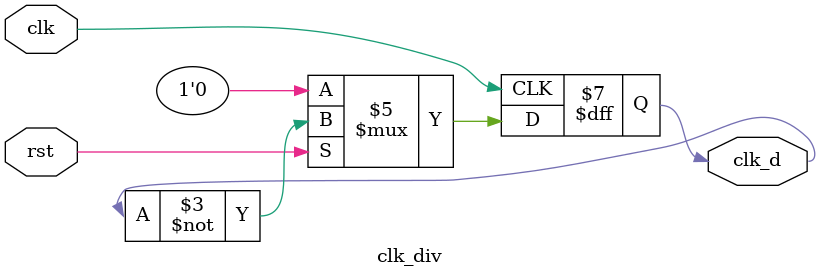
<source format=v>
module clk_div ( clk ,rst,clk_d ); 
  output reg clk_d;
  input clk ;
  input rst;
  always @(posedge clk)
    begin
      if (~rst)
        clk_d <= 1'b0;
      else
        clk_d <= ~clk_d;	
    end
endmodule
</source>
